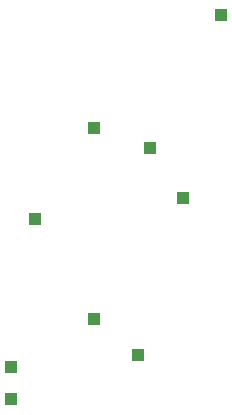
<source format=gbp>
G04*
G04 #@! TF.GenerationSoftware,Altium Limited,Altium Designer,20.1.12 (249)*
G04*
G04 Layer_Color=128*
%FSLAX44Y44*%
%MOMM*%
G71*
G04*
G04 #@! TF.SameCoordinates,BAD2E13A-ADEF-41FB-B1CA-1C4B7F66A015*
G04*
G04*
G04 #@! TF.FilePolarity,Positive*
G04*
G01*
G75*
%ADD75R,1.0000X1.0000*%
D75*
X430000Y302500D02*
D03*
X537500Y340000D02*
D03*
X607500Y627500D02*
D03*
X546957Y515034D02*
D03*
X450000Y455000D02*
D03*
X575000Y472500D02*
D03*
X430000Y330000D02*
D03*
X500000Y532500D02*
D03*
Y370000D02*
D03*
M02*

</source>
